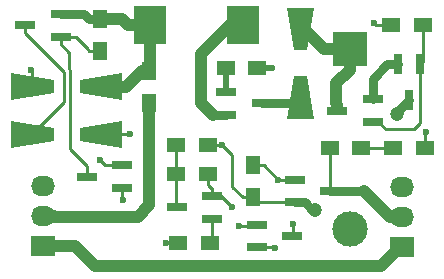
<source format=gbr>
G04 #@! TF.FileFunction,Copper,L1,Top,Signal*
%FSLAX46Y46*%
G04 Gerber Fmt 4.6, Leading zero omitted, Abs format (unit mm)*
G04 Created by KiCad (PCBNEW 4.0.2-stable) date 9/21/2016 2:39:29 AM*
%MOMM*%
G01*
G04 APERTURE LIST*
%ADD10C,0.100000*%
%ADD11C,3.000000*%
%ADD12R,3.000000X3.000000*%
%ADD13R,1.500000X1.300000*%
%ADD14R,1.300000X1.500000*%
%ADD15R,2.032000X1.727200*%
%ADD16O,2.032000X1.727200*%
%ADD17R,1.800860X0.800100*%
%ADD18R,0.800100X1.800860*%
%ADD19R,2.700000X3.200000*%
%ADD20C,0.600000*%
%ADD21C,1.200000*%
%ADD22C,0.250000*%
%ADD23C,0.500000*%
%ADD24C,1.000000*%
%ADD25C,0.750000*%
G04 APERTURE END LIST*
D10*
D11*
X140750000Y-116840000D03*
D12*
X140750000Y-101600000D03*
D10*
G36*
X135450650Y-98118460D02*
X137749350Y-98118460D01*
X137149910Y-101720180D01*
X136050090Y-101720180D01*
X135450650Y-98118460D01*
X135450650Y-98118460D01*
G37*
G36*
X137749350Y-107521540D02*
X135450650Y-107521540D01*
X136050090Y-103919820D01*
X137149910Y-103919820D01*
X137749350Y-107521540D01*
X137749350Y-107521540D01*
G37*
G36*
X121501540Y-107670650D02*
X121501540Y-109969350D01*
X117899820Y-109369910D01*
X117899820Y-108270090D01*
X121501540Y-107670650D01*
X121501540Y-107670650D01*
G37*
G36*
X112098460Y-109969350D02*
X112098460Y-107670650D01*
X115700180Y-108270090D01*
X115700180Y-109369910D01*
X112098460Y-109969350D01*
X112098460Y-109969350D01*
G37*
D13*
X147150000Y-110020000D03*
X144450000Y-110020000D03*
D10*
G36*
X121501540Y-103670650D02*
X121501540Y-105969350D01*
X117899820Y-105369910D01*
X117899820Y-104270090D01*
X121501540Y-103670650D01*
X121501540Y-103670650D01*
G37*
G36*
X112098460Y-105969350D02*
X112098460Y-103670650D01*
X115700180Y-104270090D01*
X115700180Y-105369910D01*
X112098460Y-105969350D01*
X112098460Y-105969350D01*
G37*
D14*
X123800000Y-103470000D03*
X123800000Y-106170000D03*
D15*
X114800000Y-118300000D03*
D16*
X114800000Y-115760000D03*
X114800000Y-113220000D03*
D15*
X145200000Y-118360000D03*
D16*
X145200000Y-115820000D03*
X145200000Y-113280000D03*
D17*
X130298860Y-105270000D03*
X130298860Y-107170000D03*
X133301140Y-106220000D03*
X142701140Y-107770000D03*
X142701140Y-105870000D03*
X139698860Y-106820000D03*
D18*
X146750000Y-102918860D03*
X144850000Y-102918860D03*
X145800000Y-105921140D03*
D17*
X116301140Y-100570000D03*
X116301140Y-98670000D03*
X113298860Y-99620000D03*
X136098860Y-112670000D03*
X136098860Y-114570000D03*
X139101140Y-113620000D03*
X132898860Y-116470000D03*
X132898860Y-118370000D03*
X135901140Y-117420000D03*
X121501140Y-113370000D03*
X121501140Y-111470000D03*
X118498860Y-112420000D03*
D13*
X126050000Y-112220000D03*
X128750000Y-112220000D03*
X128750000Y-109770000D03*
X126050000Y-109770000D03*
X126250000Y-118020000D03*
X128950000Y-118020000D03*
D14*
X132600000Y-114170000D03*
X132600000Y-111470000D03*
D13*
X141750000Y-110020000D03*
X139050000Y-110020000D03*
D14*
X119600000Y-99070000D03*
X119600000Y-101770000D03*
D13*
X146950000Y-99620000D03*
X144250000Y-99620000D03*
X130250000Y-103220000D03*
X132950000Y-103220000D03*
D17*
X129101140Y-115970000D03*
X129101140Y-114070000D03*
X126098860Y-115020000D03*
D19*
X123850000Y-99620000D03*
X131750000Y-99620000D03*
D20*
X147200000Y-108620000D03*
X142800000Y-99420000D03*
X134400000Y-118420000D03*
X130800000Y-115020000D03*
X119600000Y-111020000D03*
X113800000Y-103420000D03*
X134200000Y-103220000D03*
D21*
X144800000Y-107144990D03*
X137800000Y-115220000D03*
D20*
X129950000Y-109770000D03*
X122200000Y-108820000D03*
X136000000Y-116420000D03*
X134700000Y-112670000D03*
X131400000Y-116620000D03*
X125200000Y-118020000D03*
X121600000Y-114420000D03*
D22*
X147150000Y-110020000D02*
X147150000Y-108670000D01*
X147150000Y-108670000D02*
X147200000Y-108620000D01*
X144250000Y-99620000D02*
X143000000Y-99620000D01*
X143000000Y-99620000D02*
X142800000Y-99420000D01*
X132898860Y-118370000D02*
X134350000Y-118370000D01*
X134350000Y-118370000D02*
X134400000Y-118420000D01*
X129101140Y-114070000D02*
X129850000Y-114070000D01*
X129850000Y-114070000D02*
X130800000Y-115020000D01*
X129000000Y-113370000D02*
X129051190Y-113370000D01*
X129051190Y-113370000D02*
X129101140Y-113419950D01*
X129101140Y-113419950D02*
X129101140Y-114070000D01*
X128750000Y-112220000D02*
X128750000Y-113120000D01*
X128750000Y-113120000D02*
X129000000Y-113370000D01*
X121501140Y-111470000D02*
X120050000Y-111470000D01*
X120050000Y-111470000D02*
X119600000Y-111020000D01*
X113899320Y-104820000D02*
X113899320Y-103519320D01*
X113899320Y-103519320D02*
X113800000Y-103420000D01*
D23*
X132950000Y-103220000D02*
X134200000Y-103220000D01*
D24*
X139600000Y-106220000D02*
X139698860Y-106318860D01*
D23*
X139698860Y-106318860D02*
X139698860Y-106820000D01*
D24*
X139600000Y-104500000D02*
X139600000Y-106220000D01*
X140750000Y-101600000D02*
X140750000Y-103350000D01*
X140750000Y-103350000D02*
X139600000Y-104500000D01*
D22*
X136600000Y-99919320D02*
X136899320Y-99919320D01*
D24*
X136899320Y-99919320D02*
X138600000Y-101620000D01*
X138600000Y-101620000D02*
X138620000Y-101600000D01*
X138620000Y-101600000D02*
X140750000Y-101600000D01*
X121450000Y-99070000D02*
X122000000Y-99620000D01*
X122000000Y-99620000D02*
X123850000Y-99620000D01*
X119600000Y-99070000D02*
X121450000Y-99070000D01*
D25*
X118650000Y-99070000D02*
X119600000Y-99070000D01*
X118250000Y-98670000D02*
X118650000Y-99070000D01*
X116301140Y-98670000D02*
X118250000Y-98670000D01*
D24*
X119700680Y-104820000D02*
X121800000Y-104820000D01*
X121800000Y-104820000D02*
X123150000Y-103470000D01*
X123150000Y-103470000D02*
X123800000Y-103470000D01*
X123850000Y-99620000D02*
X123850000Y-103420000D01*
X123850000Y-103420000D02*
X123800000Y-103470000D01*
D22*
X139050000Y-110020000D02*
X139050000Y-113568860D01*
X139050000Y-113568860D02*
X139101140Y-113620000D01*
D25*
X142000000Y-113620000D02*
X139101140Y-113620000D01*
D24*
X144200000Y-115820000D02*
X142000000Y-113620000D01*
X145200000Y-115820000D02*
X144200000Y-115820000D01*
D22*
X113298860Y-99620000D02*
X113298860Y-100270050D01*
X113298860Y-100270050D02*
X116600000Y-103571190D01*
X116600000Y-103571190D02*
X116600000Y-106119320D01*
X116600000Y-106119320D02*
X113899320Y-108820000D01*
D25*
X133301140Y-106220000D02*
X136100680Y-106220000D01*
D22*
X136100680Y-106220000D02*
X136600000Y-105720680D01*
D25*
X144800000Y-107144990D02*
X144800000Y-106921140D01*
X144800000Y-106921140D02*
X145800000Y-105921140D01*
X136950000Y-114570000D02*
X137600000Y-115220000D01*
X137600000Y-115220000D02*
X137800000Y-115220000D01*
X136098860Y-114570000D02*
X136950000Y-114570000D01*
D22*
X121600000Y-108820000D02*
X122200000Y-108820000D01*
X119700680Y-108820000D02*
X121600000Y-108820000D01*
X130800000Y-110620000D02*
X129950000Y-109770000D01*
X129950000Y-109770000D02*
X128750000Y-109770000D01*
X130800000Y-113270000D02*
X130800000Y-110620000D01*
X132600000Y-114170000D02*
X131700000Y-114170000D01*
X131700000Y-114170000D02*
X130800000Y-113270000D01*
X136098860Y-114570000D02*
X133000000Y-114570000D01*
X133000000Y-114570000D02*
X132600000Y-114170000D01*
X144450000Y-110020000D02*
X143450000Y-110020000D01*
X143450000Y-110020000D02*
X141750000Y-110020000D01*
D24*
X123800000Y-114820000D02*
X123800000Y-106170000D01*
X122800000Y-115820000D02*
X123800000Y-114820000D01*
X115800000Y-115820000D02*
X122800000Y-115820000D01*
D22*
X115740000Y-115760000D02*
X115800000Y-115820000D01*
D24*
X114800000Y-115760000D02*
X115740000Y-115760000D01*
X114800000Y-118300000D02*
X117480000Y-118300000D01*
X117480000Y-118300000D02*
X119200000Y-120020000D01*
X119200000Y-120020000D02*
X143400000Y-120020000D01*
D22*
X143400000Y-120020000D02*
X143400000Y-120007600D01*
D24*
X143400000Y-120007600D02*
X145047600Y-118360000D01*
D22*
X145047600Y-118360000D02*
X145200000Y-118360000D01*
D23*
X130250000Y-103220000D02*
X130250000Y-105221140D01*
D22*
X130250000Y-105221140D02*
X130298860Y-105270000D01*
D25*
X130298860Y-107170000D02*
X129148430Y-107170000D01*
D24*
X128200000Y-106221570D02*
X128200000Y-102020000D01*
X129148430Y-107170000D02*
X128200000Y-106221570D01*
X128200000Y-102020000D02*
X130600000Y-99620000D01*
X130600000Y-99620000D02*
X131750000Y-99620000D01*
D22*
X146750000Y-107870000D02*
X146200000Y-108420000D01*
X146750000Y-102918860D02*
X146750000Y-107870000D01*
X143800000Y-108420000D02*
X146200000Y-108420000D01*
X143150000Y-107770000D02*
X143800000Y-108420000D01*
X142701140Y-107770000D02*
X143150000Y-107770000D01*
X146950000Y-99620000D02*
X146950000Y-102718860D01*
X146950000Y-102718860D02*
X146750000Y-102918860D01*
D25*
X143901140Y-102918860D02*
X142701140Y-104118860D01*
X142701140Y-104118860D02*
X142701140Y-105870000D01*
X144850000Y-102918860D02*
X143901140Y-102918860D01*
D22*
X118498860Y-111518860D02*
X118498860Y-112420000D01*
X116301140Y-100570000D02*
X116301140Y-101220050D01*
X117050010Y-103384790D02*
X117050010Y-110070010D01*
X116301140Y-101220050D02*
X117000000Y-101918910D01*
X117000000Y-101918910D02*
X117000000Y-103334780D01*
X117000000Y-103334780D02*
X117050010Y-103384790D01*
X117050010Y-110070010D02*
X118498860Y-111518860D01*
X118600000Y-101620000D02*
X118600000Y-101670000D01*
X118600000Y-101670000D02*
X118700000Y-101770000D01*
X118700000Y-101770000D02*
X119600000Y-101770000D01*
X117550000Y-100570000D02*
X118600000Y-101620000D01*
X116301140Y-100570000D02*
X117550000Y-100570000D01*
X136000000Y-116420000D02*
X136000000Y-117321140D01*
X136000000Y-117321140D02*
X135901140Y-117420000D01*
X132600000Y-111470000D02*
X133500000Y-111470000D01*
X133500000Y-111470000D02*
X134700000Y-112670000D01*
X134700000Y-112670000D02*
X134948430Y-112670000D01*
X134948430Y-112670000D02*
X136098860Y-112670000D01*
X131400000Y-116620000D02*
X132748860Y-116620000D01*
X132748860Y-116620000D02*
X132898860Y-116470000D01*
X125200000Y-118020000D02*
X126250000Y-118020000D01*
X121501140Y-113370000D02*
X121501140Y-114321140D01*
X121501140Y-114321140D02*
X121600000Y-114420000D01*
X126050000Y-112220000D02*
X126050000Y-114971140D01*
X126050000Y-114971140D02*
X126098860Y-115020000D01*
X126050000Y-109770000D02*
X126050000Y-112220000D01*
X129101140Y-115970000D02*
X129101140Y-117868860D01*
X129101140Y-117868860D02*
X128950000Y-118020000D01*
M02*

</source>
